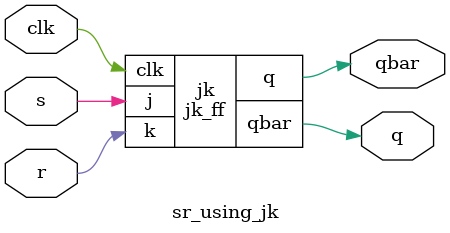
<source format=v>
`timescale 1ns / 1ps
module jk_ff(input clk,j,k,output qbar,output reg q);
assign qbar=~q;
always@(posedge clk)
begin
case({j,k})
2'b00:q<=q;
2'b01:q<=0;
2'b10:q<=1;
2'b11:q<=~q;
endcase
end
endmodule

module sr_using_jk(
    input clk,
    input s,
    input r,
    output q,
    output qbar
    );
 jk_ff jk(clk,s,r,q,qbar);
 //assign qbar=~q;
endmodule

</source>
